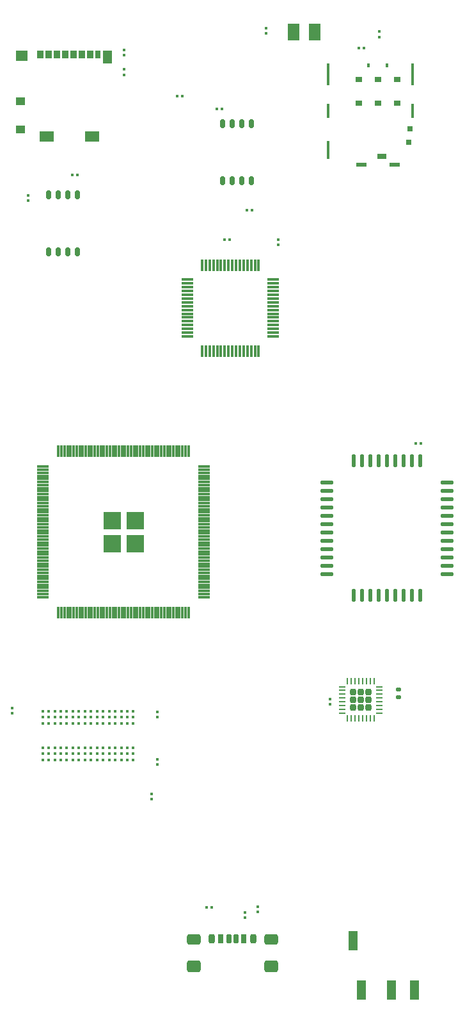
<source format=gbr>
%TF.GenerationSoftware,KiCad,Pcbnew,8.0.2*%
%TF.CreationDate,2024-06-28T11:46:25+02:00*%
%TF.ProjectId,Undroid,556e6472-6f69-4642-9e6b-696361645f70,rev?*%
%TF.SameCoordinates,Original*%
%TF.FileFunction,Paste,Top*%
%TF.FilePolarity,Positive*%
%FSLAX46Y46*%
G04 Gerber Fmt 4.6, Leading zero omitted, Abs format (unit mm)*
G04 Created by KiCad (PCBNEW 8.0.2) date 2024-06-28 11:46:25*
%MOMM*%
%LPD*%
G01*
G04 APERTURE LIST*
G04 Aperture macros list*
%AMRoundRect*
0 Rectangle with rounded corners*
0 $1 Rounding radius*
0 $2 $3 $4 $5 $6 $7 $8 $9 X,Y pos of 4 corners*
0 Add a 4 corners polygon primitive as box body*
4,1,4,$2,$3,$4,$5,$6,$7,$8,$9,$2,$3,0*
0 Add four circle primitives for the rounded corners*
1,1,$1+$1,$2,$3*
1,1,$1+$1,$4,$5*
1,1,$1+$1,$6,$7*
1,1,$1+$1,$8,$9*
0 Add four rect primitives between the rounded corners*
20,1,$1+$1,$2,$3,$4,$5,0*
20,1,$1+$1,$4,$5,$6,$7,0*
20,1,$1+$1,$6,$7,$8,$9,0*
20,1,$1+$1,$8,$9,$2,$3,0*%
G04 Aperture macros list end*
%ADD10C,0.010000*%
%ADD11R,1.550000X2.200000*%
%ADD12R,0.900000X0.700000*%
%ADD13R,0.700000X0.700000*%
%ADD14R,1.200000X0.650000*%
%ADD15R,0.450000X2.900000*%
%ADD16R,0.450000X1.900000*%
%ADD17R,0.450000X2.400000*%
%ADD18R,1.400000X0.500000*%
%ADD19R,0.300000X0.600000*%
%ADD20R,0.750000X0.700000*%
%ADD21RoundRect,0.079500X0.100500X-0.079500X0.100500X0.079500X-0.100500X0.079500X-0.100500X-0.079500X0*%
%ADD22RoundRect,0.079500X-0.079500X-0.100500X0.079500X-0.100500X0.079500X0.100500X-0.079500X0.100500X0*%
%ADD23RoundRect,0.079500X0.079500X0.100500X-0.079500X0.100500X-0.079500X-0.100500X0.079500X-0.100500X0*%
%ADD24R,1.200000X2.500000*%
%ADD25RoundRect,0.075000X-0.700000X-0.075000X0.700000X-0.075000X0.700000X0.075000X-0.700000X0.075000X0*%
%ADD26RoundRect,0.075000X-0.075000X-0.700000X0.075000X-0.700000X0.075000X0.700000X-0.075000X0.700000X0*%
%ADD27R,0.850000X1.100000*%
%ADD28R,0.750000X1.100000*%
%ADD29R,1.200000X1.000000*%
%ADD30R,1.550000X1.350000*%
%ADD31R,1.900000X1.350000*%
%ADD32R,1.170000X1.800000*%
%ADD33RoundRect,0.175000X-0.175000X-0.425000X0.175000X-0.425000X0.175000X0.425000X-0.175000X0.425000X0*%
%ADD34RoundRect,0.190000X0.190000X0.410000X-0.190000X0.410000X-0.190000X-0.410000X0.190000X-0.410000X0*%
%ADD35RoundRect,0.200000X0.200000X0.400000X-0.200000X0.400000X-0.200000X-0.400000X0.200000X-0.400000X0*%
%ADD36RoundRect,0.175000X0.175000X0.425000X-0.175000X0.425000X-0.175000X-0.425000X0.175000X-0.425000X0*%
%ADD37RoundRect,0.190000X-0.190000X-0.410000X0.190000X-0.410000X0.190000X0.410000X-0.190000X0.410000X0*%
%ADD38RoundRect,0.200000X-0.200000X-0.400000X0.200000X-0.400000X0.200000X0.400000X-0.200000X0.400000X0*%
%ADD39RoundRect,0.250000X-0.650000X-0.425000X0.650000X-0.425000X0.650000X0.425000X-0.650000X0.425000X0*%
%ADD40RoundRect,0.250000X-0.650000X-0.500000X0.650000X-0.500000X0.650000X0.500000X-0.650000X0.500000X0*%
%ADD41RoundRect,0.150000X0.150000X-0.450000X0.150000X0.450000X-0.150000X0.450000X-0.150000X-0.450000X0*%
%ADD42RoundRect,0.030000X-0.750000X-0.090000X0.750000X-0.090000X0.750000X0.090000X-0.750000X0.090000X0*%
%ADD43RoundRect,0.030000X0.090000X-0.750000X0.090000X0.750000X-0.090000X0.750000X-0.090000X-0.750000X0*%
%ADD44RoundRect,0.207500X-0.207500X-0.207500X0.207500X-0.207500X0.207500X0.207500X-0.207500X0.207500X0*%
%ADD45RoundRect,0.062500X-0.375000X-0.062500X0.375000X-0.062500X0.375000X0.062500X-0.375000X0.062500X0*%
%ADD46RoundRect,0.062500X-0.062500X-0.375000X0.062500X-0.375000X0.062500X0.375000X-0.062500X0.375000X0*%
%ADD47O,1.800000X0.550000*%
%ADD48O,0.550000X1.800000*%
%ADD49RoundRect,0.140000X-0.170000X0.140000X-0.170000X-0.140000X0.170000X-0.140000X0.170000X0.140000X0*%
%ADD50C,0.400000*%
G04 APERTURE END LIST*
D10*
%TO.C,CPU_1*%
X140810000Y-100417830D02*
X138582170Y-100417830D01*
X138582170Y-98190000D01*
X140810000Y-98190000D01*
X140810000Y-100417830D01*
G36*
X140810000Y-100417830D02*
G01*
X138582170Y-100417830D01*
X138582170Y-98190000D01*
X140810000Y-98190000D01*
X140810000Y-100417830D01*
G37*
X140810000Y-97409577D02*
X138587170Y-97409577D01*
X138587170Y-95190000D01*
X140810000Y-95190000D01*
X140810000Y-97409577D01*
G36*
X140810000Y-97409577D02*
G01*
X138587170Y-97409577D01*
X138587170Y-95190000D01*
X140810000Y-95190000D01*
X140810000Y-97409577D01*
G37*
X143810000Y-97408525D02*
X141591475Y-97408525D01*
X141591475Y-95190000D01*
X143810000Y-95190000D01*
X143810000Y-97408525D01*
G36*
X143810000Y-97408525D02*
G01*
X141591475Y-97408525D01*
X141591475Y-95190000D01*
X143810000Y-95190000D01*
X143810000Y-97408525D01*
G37*
X143810000Y-100423100D02*
X141591957Y-100423100D01*
X141591957Y-98190000D01*
X143810000Y-98190000D01*
X143810000Y-100423100D01*
G36*
X143810000Y-100423100D02*
G01*
X141591957Y-100423100D01*
X141591957Y-98190000D01*
X143810000Y-98190000D01*
X143810000Y-100423100D01*
G37*
%TD*%
D11*
%TO.C,D1*%
X166525000Y-31800000D03*
X163675000Y-31800000D03*
%TD*%
D12*
%TO.C,SIM_SLOT_1*%
X172340000Y-38025000D03*
X174880000Y-38025000D03*
X177420000Y-38025000D03*
X172340000Y-41195000D03*
X174880000Y-41195000D03*
X177420000Y-41195000D03*
D13*
X179150000Y-44525000D03*
D14*
X175430000Y-48200000D03*
D15*
X168325000Y-37325000D03*
D16*
X168325000Y-42175000D03*
D17*
X168325000Y-47325000D03*
D18*
X172680000Y-49275000D03*
D19*
X173660000Y-36175000D03*
X176100000Y-36175000D03*
D18*
X177100000Y-49275000D03*
D20*
X178975000Y-46325000D03*
D15*
X179475000Y-37325000D03*
D16*
X179475000Y-42175000D03*
%TD*%
D21*
%TO.C,CC1_R1*%
X157275000Y-148770000D03*
X157275000Y-148080000D03*
%TD*%
%TO.C,RAM_PWR_R2*%
X145700000Y-122300000D03*
X145700000Y-121610000D03*
%TD*%
%TO.C,RAM_GND_VSSQ_R1*%
X126500000Y-121745000D03*
X126500000Y-121055000D03*
%TD*%
D22*
%TO.C,MCU_PWR_R1*%
X154575000Y-59200000D03*
X155265000Y-59200000D03*
%TD*%
D21*
%TO.C,MCU_PWR_R2*%
X161700000Y-59900000D03*
X161700000Y-59210000D03*
%TD*%
D22*
%TO.C,VCC_S_1*%
X172375000Y-33900000D03*
X173065000Y-33900000D03*
%TD*%
D21*
%TO.C,RAM_GND_VSS_R1*%
X145700000Y-128545000D03*
X145700000Y-127855000D03*
%TD*%
%TO.C,RVSS_S_1*%
X175100000Y-32400000D03*
X175100000Y-31710000D03*
%TD*%
%TO.C,VSS_FL_2*%
X128565000Y-54040000D03*
X128565000Y-53350000D03*
%TD*%
%TO.C,RAM_GND_VSS_R3*%
X144900000Y-133145000D03*
X144900000Y-132455000D03*
%TD*%
D23*
%TO.C,VCC_FL_2*%
X135110000Y-50650000D03*
X134420000Y-50650000D03*
%TD*%
D24*
%TO.C,JACK_PORT1*%
X176700000Y-158350000D03*
X179700000Y-158350000D03*
X171600000Y-151850000D03*
X172700000Y-158350000D03*
%TD*%
D21*
%TO.C,NETLIGHT_R1*%
X160100000Y-31925000D03*
X160100000Y-31235000D03*
%TD*%
D22*
%TO.C,VBAT_R1*%
X179855000Y-86100000D03*
X180545000Y-86100000D03*
%TD*%
D21*
%TO.C,MBCI_PWR_R1*%
X168500000Y-120600000D03*
X168500000Y-119910000D03*
%TD*%
%TO.C,CC2_R1*%
X159000000Y-147990000D03*
X159000000Y-147300000D03*
%TD*%
D25*
%TO.C,BRIDGE_CHIP1*%
X149675000Y-64475000D03*
X149675000Y-64975000D03*
X149675000Y-65475000D03*
X149675000Y-65975000D03*
X149675000Y-66475000D03*
X149675000Y-66975000D03*
X149675000Y-67475000D03*
X149675000Y-67975000D03*
X149675000Y-68475000D03*
X149675000Y-68975000D03*
X149675000Y-69475000D03*
X149675000Y-69975000D03*
X149675000Y-70475000D03*
X149675000Y-70975000D03*
X149675000Y-71475000D03*
X149675000Y-71975000D03*
D26*
X151600000Y-73900000D03*
X152100000Y-73900000D03*
X152600000Y-73900000D03*
X153100000Y-73900000D03*
X153600000Y-73900000D03*
X154100000Y-73900000D03*
X154600000Y-73900000D03*
X155100000Y-73900000D03*
X155600000Y-73900000D03*
X156100000Y-73900000D03*
X156600000Y-73900000D03*
X157100000Y-73900000D03*
X157600000Y-73900000D03*
X158100000Y-73900000D03*
X158600000Y-73900000D03*
X159100000Y-73900000D03*
D25*
X161025000Y-71975000D03*
X161025000Y-71475000D03*
X161025000Y-70975000D03*
X161025000Y-70475000D03*
X161025000Y-69975000D03*
X161025000Y-69475000D03*
X161025000Y-68975000D03*
X161025000Y-68475000D03*
X161025000Y-67975000D03*
X161025000Y-67475000D03*
X161025000Y-66975000D03*
X161025000Y-66475000D03*
X161025000Y-65975000D03*
X161025000Y-65475000D03*
X161025000Y-64975000D03*
X161025000Y-64475000D03*
D26*
X159100000Y-62550000D03*
X158600000Y-62550000D03*
X158100000Y-62550000D03*
X157600000Y-62550000D03*
X157100000Y-62550000D03*
X156600000Y-62550000D03*
X156100000Y-62550000D03*
X155600000Y-62550000D03*
X155100000Y-62550000D03*
X154600000Y-62550000D03*
X154100000Y-62550000D03*
X153600000Y-62550000D03*
X153100000Y-62550000D03*
X152600000Y-62550000D03*
X152100000Y-62550000D03*
X151600000Y-62550000D03*
%TD*%
D27*
%TO.C,SD_SLOT_1*%
X130195000Y-34750000D03*
X131295000Y-34750000D03*
X132395000Y-34750000D03*
X133495000Y-34750000D03*
X134595000Y-34750000D03*
X135695000Y-34750000D03*
X136795000Y-34750000D03*
D28*
X137845000Y-34750000D03*
D29*
X127560000Y-40900000D03*
X127560000Y-44600000D03*
D30*
X127735000Y-34875000D03*
D31*
X131060000Y-45575000D03*
X137030000Y-45575000D03*
D32*
X139055000Y-35100000D03*
%TD*%
D22*
%TO.C,VCC_FL_1*%
X153555000Y-41900000D03*
X154245000Y-41900000D03*
%TD*%
D33*
%TO.C,POWER_USB_C1*%
X155125000Y-151565000D03*
D34*
X157145000Y-151565000D03*
D35*
X158375000Y-151565000D03*
D36*
X156125000Y-151565000D03*
D37*
X154105000Y-151565000D03*
D38*
X152875000Y-151565000D03*
D39*
X150500000Y-151620000D03*
D40*
X150500000Y-155200000D03*
D39*
X160750000Y-151620000D03*
D40*
X160750000Y-155200000D03*
%TD*%
D21*
%TO.C,VSS_SD_VSS1*%
X141300000Y-37400000D03*
X141300000Y-36710000D03*
%TD*%
D41*
%TO.C,FLASH_MEM_MASS1*%
X154290000Y-51400000D03*
X155560000Y-51400000D03*
X156830000Y-51400000D03*
X158100000Y-51400000D03*
X158100000Y-43900000D03*
X156830000Y-43900000D03*
X155560000Y-43900000D03*
X154290000Y-43900000D03*
%TD*%
D21*
%TO.C,VSS_SD_VDD1*%
X141300000Y-34800000D03*
X141300000Y-34110000D03*
%TD*%
D42*
%TO.C,CPU_1*%
X130520000Y-89200000D03*
X130520000Y-89600000D03*
X130520000Y-90000000D03*
X130520000Y-90400000D03*
X130520000Y-90800000D03*
X130520000Y-91200000D03*
X130520000Y-91600000D03*
X130520000Y-92000000D03*
X130520000Y-92400000D03*
X130520000Y-92800000D03*
X130520000Y-93200000D03*
X130520000Y-93600000D03*
X130520000Y-94000000D03*
X130520000Y-94400000D03*
X130520000Y-94800000D03*
X130520000Y-95200000D03*
X130520000Y-95600000D03*
X130520000Y-96000000D03*
X130520000Y-96400000D03*
X130520000Y-96800000D03*
X130520000Y-97200000D03*
X130520000Y-97600000D03*
X130520000Y-98000000D03*
X130520000Y-98400000D03*
X130520000Y-98800000D03*
X130520000Y-99200000D03*
X130520000Y-99600000D03*
X130520000Y-100000000D03*
X130520000Y-100400000D03*
X130520000Y-100800000D03*
X130520000Y-101200000D03*
X130520000Y-101600000D03*
X130520000Y-102000000D03*
X130520000Y-102400000D03*
X130520000Y-102800000D03*
X130520000Y-103200000D03*
X130520000Y-103600000D03*
X130520000Y-104000000D03*
X130520000Y-104400000D03*
X130520000Y-104800000D03*
X130520000Y-105200000D03*
X130520000Y-105600000D03*
X130520000Y-106000000D03*
X130520000Y-106400000D03*
D43*
X132600000Y-108480000D03*
X133000000Y-108480000D03*
X133400000Y-108480000D03*
X133800000Y-108480000D03*
X134200000Y-108480000D03*
X134600000Y-108480000D03*
X135000000Y-108480000D03*
X135400000Y-108480000D03*
X135800000Y-108480000D03*
X136200000Y-108480000D03*
X136600000Y-108480000D03*
X137000000Y-108480000D03*
X137400000Y-108480000D03*
X137800000Y-108480000D03*
X138200000Y-108480000D03*
X138600000Y-108480000D03*
X139000000Y-108480000D03*
X139400000Y-108480000D03*
X139800000Y-108480000D03*
X140200000Y-108480000D03*
X140600000Y-108480000D03*
X141000000Y-108480000D03*
X141400000Y-108480000D03*
X141800000Y-108480000D03*
X142200000Y-108480000D03*
X142600000Y-108480000D03*
X143000000Y-108480000D03*
X143400000Y-108480000D03*
X143800000Y-108480000D03*
X144200000Y-108480000D03*
X144600000Y-108480000D03*
X145000000Y-108480000D03*
X145400000Y-108480000D03*
X145800000Y-108480000D03*
X146200000Y-108480000D03*
X146600000Y-108480000D03*
X147000000Y-108480000D03*
X147400000Y-108480000D03*
X147800000Y-108480000D03*
X148200000Y-108480000D03*
X148600000Y-108480000D03*
X149000000Y-108480000D03*
X149400000Y-108480000D03*
X149800000Y-108480000D03*
D42*
X151880000Y-106400000D03*
X151880000Y-106000000D03*
X151880000Y-105600000D03*
X151880000Y-105200000D03*
X151880000Y-104800000D03*
X151880000Y-104400000D03*
X151880000Y-104000000D03*
X151880000Y-103600000D03*
X151880000Y-103200000D03*
X151880000Y-102800000D03*
X151880000Y-102400000D03*
X151880000Y-102000000D03*
X151880000Y-101600000D03*
X151880000Y-101200000D03*
X151880000Y-100800000D03*
X151880000Y-100400000D03*
X151880000Y-100000000D03*
X151880000Y-99600000D03*
X151880000Y-99200000D03*
X151880000Y-98800000D03*
X151880000Y-98400000D03*
X151880000Y-98000000D03*
X151880000Y-97600000D03*
X151880000Y-97200000D03*
X151880000Y-96800000D03*
X151880000Y-96400000D03*
X151880000Y-96000000D03*
X151880000Y-95600000D03*
X151880000Y-95200000D03*
X151880000Y-94800000D03*
X151880000Y-94400000D03*
X151880000Y-94000000D03*
X151880000Y-93600000D03*
X151880000Y-93200000D03*
X151880000Y-92800000D03*
X151880000Y-92400000D03*
X151880000Y-92000000D03*
X151880000Y-91600000D03*
X151880000Y-91200000D03*
X151880000Y-90800000D03*
X151880000Y-90400000D03*
X151880000Y-90000000D03*
X151880000Y-89600000D03*
X151880000Y-89200000D03*
D43*
X149800000Y-87120000D03*
X149400000Y-87120000D03*
X149000000Y-87120000D03*
X148600000Y-87120000D03*
X148200000Y-87120000D03*
X147800000Y-87120000D03*
X147400000Y-87120000D03*
X147000000Y-87120000D03*
X146600000Y-87120000D03*
X146200000Y-87120000D03*
X145800000Y-87120000D03*
X145400000Y-87120000D03*
X145000000Y-87120000D03*
X144600000Y-87120000D03*
X144200000Y-87120000D03*
X143800000Y-87120000D03*
X143400000Y-87120000D03*
X143000000Y-87120000D03*
X142600000Y-87120000D03*
X142200000Y-87120000D03*
X141800000Y-87120000D03*
X141400000Y-87120000D03*
X141000000Y-87120000D03*
X140600000Y-87120000D03*
X140200000Y-87120000D03*
X139800000Y-87120000D03*
X139400000Y-87120000D03*
X139000000Y-87120000D03*
X138600000Y-87120000D03*
X138200000Y-87120000D03*
X137800000Y-87120000D03*
X137400000Y-87120000D03*
X137000000Y-87120000D03*
X136600000Y-87120000D03*
X136200000Y-87120000D03*
X135800000Y-87120000D03*
X135400000Y-87120000D03*
X135000000Y-87120000D03*
X134600000Y-87120000D03*
X134200000Y-87120000D03*
X133800000Y-87120000D03*
X133400000Y-87120000D03*
X133000000Y-87120000D03*
X132600000Y-87120000D03*
%TD*%
D41*
%TO.C,FLASH_MEM_OS1*%
X131260000Y-60800000D03*
X132530000Y-60800000D03*
X133800000Y-60800000D03*
X135070000Y-60800000D03*
X135070000Y-53300000D03*
X133800000Y-53300000D03*
X132530000Y-53300000D03*
X131260000Y-53300000D03*
%TD*%
D22*
%TO.C,VSS_FL_1*%
X157530000Y-55275000D03*
X158220000Y-55275000D03*
%TD*%
D44*
%TO.C,MBCI_0*%
X171570000Y-118970000D03*
X171570000Y-120000000D03*
X171570000Y-121030000D03*
X172600000Y-118970000D03*
X172600000Y-120000000D03*
X172600000Y-121030000D03*
X173630000Y-118970000D03*
X173630000Y-120000000D03*
X173630000Y-121030000D03*
D45*
X170162500Y-118250000D03*
X170162500Y-118750000D03*
X170162500Y-119250000D03*
X170162500Y-119750000D03*
X170162500Y-120250000D03*
X170162500Y-120750000D03*
X170162500Y-121250000D03*
X170162500Y-121750000D03*
D46*
X170850000Y-122437500D03*
X171350000Y-122437500D03*
X171850000Y-122437500D03*
X172350000Y-122437500D03*
X172850000Y-122437500D03*
X173350000Y-122437500D03*
X173850000Y-122437500D03*
X174350000Y-122437500D03*
D45*
X175037500Y-121750000D03*
X175037500Y-121250000D03*
X175037500Y-120750000D03*
X175037500Y-120250000D03*
X175037500Y-119750000D03*
X175037500Y-119250000D03*
X175037500Y-118750000D03*
X175037500Y-118250000D03*
D46*
X174350000Y-117562500D03*
X173850000Y-117562500D03*
X173350000Y-117562500D03*
X172850000Y-117562500D03*
X172350000Y-117562500D03*
X171850000Y-117562500D03*
X171350000Y-117562500D03*
X170850000Y-117562500D03*
%TD*%
D22*
%TO.C,GND_R1*%
X152225000Y-147375000D03*
X152915000Y-147375000D03*
%TD*%
D47*
%TO.C,SIM_CHIP1*%
X168150000Y-91250000D03*
X168150000Y-92350000D03*
X168150000Y-93450000D03*
X168150000Y-94550000D03*
X168150000Y-95650000D03*
X168150000Y-96750000D03*
X168150000Y-97850000D03*
X168150000Y-98950000D03*
X168150000Y-100050000D03*
X168150000Y-101150000D03*
X168150000Y-102250000D03*
X168150000Y-103350000D03*
D48*
X171700000Y-88400000D03*
X171700000Y-106200000D03*
X172800000Y-88400000D03*
X172800000Y-106200000D03*
X173900000Y-88400000D03*
X173900000Y-106200000D03*
X175000000Y-88400000D03*
X175000000Y-106200000D03*
X176100000Y-88400000D03*
X176100000Y-106200000D03*
X177200000Y-88400000D03*
X177200000Y-106200000D03*
X178300000Y-88400000D03*
X178300000Y-106200000D03*
X179400000Y-88400000D03*
X179400000Y-106200000D03*
X180500000Y-88400000D03*
X180500000Y-106200000D03*
D47*
X184050000Y-91250000D03*
X184050000Y-92350000D03*
X184050000Y-93450000D03*
X184050000Y-94550000D03*
X184050000Y-95650000D03*
X184050000Y-96750000D03*
X184050000Y-97850000D03*
X184050000Y-98950000D03*
X184050000Y-100050000D03*
X184050000Y-101150000D03*
X184050000Y-102250000D03*
X184050000Y-103350000D03*
%TD*%
D49*
%TO.C,C1*%
X177600000Y-118645000D03*
X177600000Y-119605000D03*
%TD*%
D50*
%TO.C,DDR_RAM1*%
X130500000Y-127900000D03*
X130500000Y-127100000D03*
X130500000Y-126300000D03*
X130500000Y-123100000D03*
X130500000Y-122300000D03*
X130500000Y-121500000D03*
X131300000Y-127900000D03*
X131300000Y-127100000D03*
X131300000Y-126300000D03*
X131300000Y-123100000D03*
X131300000Y-122300000D03*
X131300000Y-121500000D03*
X132100000Y-127900000D03*
X132100000Y-127100000D03*
X132100000Y-126300000D03*
X132100000Y-123100000D03*
X132100000Y-122300000D03*
X132100000Y-121500000D03*
X132900000Y-127900000D03*
X132900000Y-127100000D03*
X132900000Y-126300000D03*
X132900000Y-123100000D03*
X132900000Y-122300000D03*
X132900000Y-121500000D03*
X133700000Y-127900000D03*
X133700000Y-127100000D03*
X133700000Y-126300000D03*
X133700000Y-123100000D03*
X133700000Y-122300000D03*
X133700000Y-121500000D03*
X134500000Y-127900000D03*
X134500000Y-127100000D03*
X134500000Y-126300000D03*
X134500000Y-123100000D03*
X134500000Y-122300000D03*
X134500000Y-121500000D03*
X135300000Y-127900000D03*
X135300000Y-127100000D03*
X135300000Y-126300000D03*
X135300000Y-123100000D03*
X135300000Y-122300000D03*
X135300000Y-121500000D03*
X136100000Y-127900000D03*
X136100000Y-127100000D03*
X136100000Y-126300000D03*
X136100000Y-123100000D03*
X136100000Y-122300000D03*
X136100000Y-121500000D03*
X136900000Y-127900000D03*
X136900000Y-127100000D03*
X136900000Y-126300000D03*
X136900000Y-123100000D03*
X136900000Y-122300000D03*
X136900000Y-121500000D03*
X137700000Y-127900000D03*
X137700000Y-127100000D03*
X137700000Y-126300000D03*
X137700000Y-123100000D03*
X137700000Y-122300000D03*
X137700000Y-121500000D03*
X138500000Y-127900000D03*
X138500000Y-127100000D03*
X138500000Y-126300000D03*
X138500000Y-123100000D03*
X138500000Y-122300000D03*
X138500000Y-121500000D03*
X139300000Y-127900000D03*
X139300000Y-127100000D03*
X139300000Y-126300000D03*
X139300000Y-123100000D03*
X139300000Y-122300000D03*
X139300000Y-121500000D03*
X140100000Y-127900000D03*
X140100000Y-127100000D03*
X140100000Y-126300000D03*
X140100000Y-123100000D03*
X140100000Y-122300000D03*
X140100000Y-121500000D03*
X140900000Y-127900000D03*
X140900000Y-127100000D03*
X140900000Y-126300000D03*
X140900000Y-123100000D03*
X140900000Y-122300000D03*
X140900000Y-121500000D03*
X141700000Y-127900000D03*
X141700000Y-127100000D03*
X141700000Y-126300000D03*
X141700000Y-123100000D03*
X141700000Y-122300000D03*
X141700000Y-121500000D03*
X142500000Y-127900000D03*
X142500000Y-127100000D03*
X142500000Y-126300000D03*
X142500000Y-123100000D03*
X142500000Y-122300000D03*
X142500000Y-121500000D03*
%TD*%
D22*
%TO.C,GND_BRIDGE_R1*%
X148300000Y-40200000D03*
X148990000Y-40200000D03*
%TD*%
M02*

</source>
